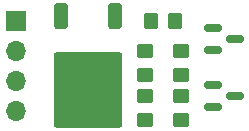
<source format=gbr>
%TF.GenerationSoftware,KiCad,Pcbnew,7.0.2*%
%TF.CreationDate,2023-09-29T19:18:40+02:00*%
%TF.ProjectId,crowbar,63726f77-6261-4722-9e6b-696361645f70,rev?*%
%TF.SameCoordinates,Original*%
%TF.FileFunction,Soldermask,Bot*%
%TF.FilePolarity,Negative*%
%FSLAX46Y46*%
G04 Gerber Fmt 4.6, Leading zero omitted, Abs format (unit mm)*
G04 Created by KiCad (PCBNEW 7.0.2) date 2023-09-29 19:18:40*
%MOMM*%
%LPD*%
G01*
G04 APERTURE LIST*
G04 Aperture macros list*
%AMRoundRect*
0 Rectangle with rounded corners*
0 $1 Rounding radius*
0 $2 $3 $4 $5 $6 $7 $8 $9 X,Y pos of 4 corners*
0 Add a 4 corners polygon primitive as box body*
4,1,4,$2,$3,$4,$5,$6,$7,$8,$9,$2,$3,0*
0 Add four circle primitives for the rounded corners*
1,1,$1+$1,$2,$3*
1,1,$1+$1,$4,$5*
1,1,$1+$1,$6,$7*
1,1,$1+$1,$8,$9*
0 Add four rect primitives between the rounded corners*
20,1,$1+$1,$2,$3,$4,$5,0*
20,1,$1+$1,$4,$5,$6,$7,0*
20,1,$1+$1,$6,$7,$8,$9,0*
20,1,$1+$1,$8,$9,$2,$3,0*%
G04 Aperture macros list end*
%ADD10RoundRect,0.150000X-0.587500X-0.150000X0.587500X-0.150000X0.587500X0.150000X-0.587500X0.150000X0*%
%ADD11RoundRect,0.250000X-0.450000X0.350000X-0.450000X-0.350000X0.450000X-0.350000X0.450000X0.350000X0*%
%ADD12RoundRect,0.250000X0.350000X0.450000X-0.350000X0.450000X-0.350000X-0.450000X0.350000X-0.450000X0*%
%ADD13R,1.700000X1.700000*%
%ADD14O,1.700000X1.700000*%
%ADD15RoundRect,0.250000X-0.350000X0.850000X-0.350000X-0.850000X0.350000X-0.850000X0.350000X0.850000X0*%
%ADD16RoundRect,0.249997X-2.650003X2.950003X-2.650003X-2.950003X2.650003X-2.950003X2.650003X2.950003X0*%
G04 APERTURE END LIST*
D10*
%TO.C,U2*%
X110647000Y-71054000D03*
X110647000Y-69154000D03*
X112522000Y-70104000D03*
%TD*%
%TO.C,U1*%
X110647000Y-75880000D03*
X110647000Y-73980000D03*
X112522000Y-74930000D03*
%TD*%
D11*
%TO.C,R5*%
X107950000Y-74930000D03*
X107950000Y-76930000D03*
%TD*%
%TO.C,R4*%
X107950000Y-71120000D03*
X107950000Y-73120000D03*
%TD*%
%TO.C,R3*%
X104902000Y-74930000D03*
X104902000Y-76930000D03*
%TD*%
%TO.C,R2*%
X104902000Y-71120000D03*
X104902000Y-73120000D03*
%TD*%
D12*
%TO.C,R1*%
X107442000Y-68580000D03*
X105442000Y-68580000D03*
%TD*%
D13*
%TO.C,J1*%
X93980000Y-68580000D03*
D14*
X93980000Y-71120000D03*
X93980000Y-73660000D03*
X93980000Y-76200000D03*
%TD*%
D15*
%TO.C,D1*%
X97796000Y-68122000D03*
X102356000Y-68122000D03*
D16*
X100076000Y-74422000D03*
%TD*%
M02*

</source>
